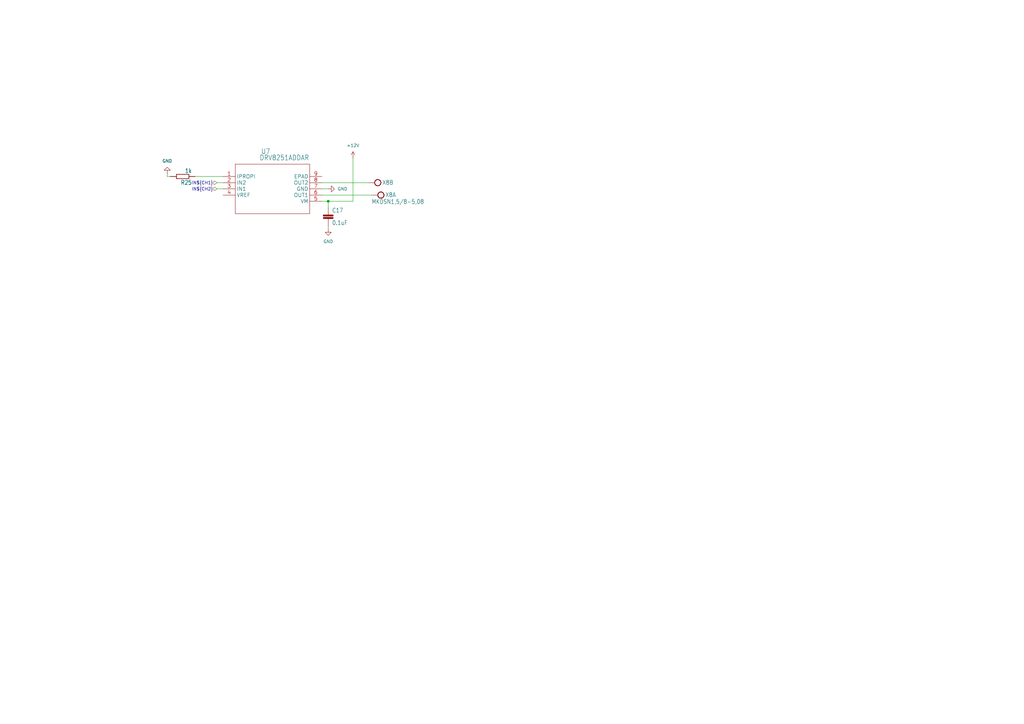
<source format=kicad_sch>
(kicad_sch (version 20250114) (generator "eeschema") (generator_version "9.0")
  (paper "A3")
  (title_block (title "RTU-Eneragro") (date "2025-08-29") (rev "2.0") (company "ELECTROSHOP") (comment 1 "Colaborator 1: Eliceo Ocampo Ccoicca"))
  (lib_symbols
    (symbol "RTU_Agro_V4-eagle-import:C-EUC0603"
      (property "Reference" "C" (at 1.524 0.381 0))
      (symbol "C-EUC0603_1_0"
        (rectangle (start -2.032 -1.016) (end 2.032 -0.508) (fill (type outline)))
        (rectangle (start -2.032 -2.032) (end 2.032 -1.524) (fill (type outline)))
        (polyline (pts (xy 0 0) (xy 0 -0.508)) (stroke (width 0.1524)))
        (polyline (pts (xy 0 -2.54) (xy 0 -2.032)) (stroke (width 0.1524)))
        (pin passive line (at 0 2.54 270) (length 2.54) (name "1") (number "1"))
        (pin passive line (at 0 -5.08 90) (length 2.54) (name "2") (number "2"))
      )
    )
    (symbol "RTU_Agro_V4-eagle-import:DRV8251ADDAR"
      (symbol "DRV8251ADDAR_1_0"
        (polyline (pts (xy 7.62 5.08) (xy 7.62 -15.24)) (stroke (width 0.1524)))
        (polyline (pts (xy 7.62 -15.24) (xy 38.1 -15.24)) (stroke (width 0.1524)))
        (polyline (pts (xy 38.1 5.08) (xy 7.62 5.08)) (stroke (width 0.1524)))
        (polyline (pts (xy 38.1 -15.24) (xy 38.1 5.08)) (stroke (width 0.1524)))
        (pin power_in line (at 2.54 0 0) (length 5.08) (name "IPROPI") (number "1"))
        (pin input line (at 2.54 -2.54 0) (length 5.08) (name "IN2") (number "2"))
        (pin input line (at 2.54 -5.08 0) (length 5.08) (name "IN1") (number "3"))
        (pin power_in line (at 2.54 -7.62 0) (length 5.08) (name "VREF") (number "4"))
        (pin passive line (at 43.18 0 180) (length 5.08) (name "EPAD") (number "9"))
        (pin output line (at 43.18 -2.54 180) (length 5.08) (name "OUT2") (number "8"))
        (pin passive line (at 43.18 -5.08 180) (length 5.08) (name "GND") (number "7"))
        (pin output line (at 43.18 -7.62 180) (length 5.08) (name "OUT1") (number "6"))
        (pin power_in line (at 43.18 -10.16 180) (length 5.08) (name "VM") (number "5"))
      )
    )
    (symbol "RTU_Agro_V4-eagle-import:MKDSN1,5/8-5,08"
      (property "Reference" "X" (at 3.048 -0.889 0))
      (symbol "MKDSN1,5/8-5,08_1_0"
        (circle (center 1.27 0) (radius 1.27) (stroke (width 0.254)))
        (circle (center 1.27 0) (radius 1.27) (stroke (width 0.254)))
        (circle (center 1.27 0) (radius 1.27) (stroke (width 0.254)))
        (pin passive line (at -2.54 0 0) (length 2.54) (name "KL") (number "1"))
      )
      (symbol "MKDSN1,5/8-5,08_2_0"
        (circle (center 1.27 0) (radius 1.27) (stroke (width 0.254)))
        (circle (center 1.27 0) (radius 1.27) (stroke (width 0.254)))
        (circle (center 1.27 0) (radius 1.27) (stroke (width 0.254)))
        (pin passive line (at -2.54 0 0) (length 2.54) (name "KL") (number "2"))
      )
      (symbol "MKDSN1,5/8-5,08_3_0"
        (circle (center 1.27 0) (radius 1.27) (stroke (width 0.254)))
        (circle (center 1.27 0) (radius 1.27) (stroke (width 0.254)))
        (circle (center 1.27 0) (radius 1.27) (stroke (width 0.254)))
        (pin passive line (at -2.54 0 0) (length 2.54) (name "KL") (number "3"))
      )
      (symbol "MKDSN1,5/8-5,08_4_0"
        (circle (center 1.27 0) (radius 1.27) (stroke (width 0.254)))
        (circle (center 1.27 0) (radius 1.27) (stroke (width 0.254)))
        (circle (center 1.27 0) (radius 1.27) (stroke (width 0.254)))
        (pin passive line (at -2.54 0 0) (length 2.54) (name "KL") (number "4"))
      )
      (symbol "MKDSN1,5/8-5,08_5_0"
        (circle (center 1.27 0) (radius 1.27) (stroke (width 0.254)))
        (circle (center 1.27 0) (radius 1.27) (stroke (width 0.254)))
        (circle (center 1.27 0) (radius 1.27) (stroke (width 0.254)))
        (pin passive line (at -2.54 0 0) (length 2.54) (name "KL") (number "5"))
      )
      (symbol "MKDSN1,5/8-5,08_6_0"
        (circle (center 1.27 0) (radius 1.27) (stroke (width 0.254)))
        (circle (center 1.27 0) (radius 1.27) (stroke (width 0.254)))
        (circle (center 1.27 0) (radius 1.27) (stroke (width 0.254)))
        (pin passive line (at -2.54 0 0) (length 2.54) (name "KL") (number "6"))
      )
      (symbol "MKDSN1,5/8-5,08_7_0"
        (circle (center 1.27 0) (radius 1.27) (stroke (width 0.254)))
        (circle (center 1.27 0) (radius 1.27) (stroke (width 0.254)))
        (circle (center 1.27 0) (radius 1.27) (stroke (width 0.254)))
        (pin passive line (at -2.54 0 0) (length 2.54) (name "KL") (number "7"))
      )
      (symbol "MKDSN1,5/8-5,08_8_0"
        (circle (center 1.27 0) (radius 1.27) (stroke (width 0.254)))
        (circle (center 1.27 0) (radius 1.27) (stroke (width 0.254)))
        (circle (center 1.27 0) (radius 1.27) (stroke (width 0.254)))
        (pin passive line (at -2.54 0 0) (length 2.54) (name "KL") (number "8"))
      )
    )
    (symbol "RTU_Agro_V4-eagle-import:R-EU_M1206"
      (property "Reference" "R" (at -3.81 1.4986 0))
      (symbol "R-EU_M1206_1_0"
        (polyline (pts (xy -2.54 -0.889) (xy -2.54 0.889)) (stroke (width 0.254)))
        (polyline (pts (xy -2.54 -0.889) (xy 2.54 -0.889)) (stroke (width 0.254)))
        (polyline (pts (xy 2.54 0.889) (xy -2.54 0.889)) (stroke (width 0.254)))
        (polyline (pts (xy 2.54 -0.889) (xy 2.54 0.889)) (stroke (width 0.254)))
        (pin passive line (at -5.08 0 0) (length 2.54) (name "1") (number "1"))
        (pin passive line (at 5.08 0 180) (length 2.54) (name "2") (number "2"))
      )
    )
    (symbol "power:+12V" (power) (pin_numbers (hide yes)) (pin_names (offset 0) (hide yes))
      (property "Value" "+12V" (at 0 3.556 0))
      (symbol "+12V_0_1"
        (polyline (pts (xy -0.762 1.27) (xy 0 2.54)))
        (polyline (pts (xy 0 2.54) (xy 0.762 1.27)))
        (polyline (pts (xy 0 0) (xy 0 2.54)))
      )
      (symbol "+12V_1_1"
        (pin power_in line (at 0 0 90) (length 0) (name "~") (number "1"))
      )
    )
    (symbol "power:GND" (power) (pin_numbers (hide yes)) (pin_names (offset 0) (hide yes))
      (property "Value" "GND" (at 0 -3.81 0))
      (symbol "GND_0_1"
        (polyline (pts (xy 0 0) (xy 0 -1.27) (xy 1.27 -1.27) (xy 0 -2.54) (xy -1.27 -1.27) (xy 0 -1.27)))
      )
      (symbol "GND_1_1"
        (pin power_in line (at 0 0 270) (length 0) (name "~") (number "1"))
      )
    )
  )
  (junction (at 134.62 82.55))
  (wire (pts (xy 68.58 72.39) (xy 69.85 72.39)) (stroke (width 0.1524)))
  (wire (pts (xy 88.9 74.93) (xy 91.44 74.93)))
  (wire (pts (xy 144.78 64.77) (xy 144.78 82.55)))
  (wire (pts (xy 132.08 82.55) (xy 134.62 82.55)) (stroke (width 0.1524)))
  (wire (pts (xy 134.62 82.55) (xy 144.78 82.55)))
  (wire (pts (xy 152.4 80.01) (xy 132.08 80.01)) (stroke (width 0.1524)))
  (wire (pts (xy 88.9 77.47) (xy 91.44 77.47)))
  (wire (pts (xy 134.62 82.55) (xy 134.62 85.09)) (stroke (width 0.1524)))
  (wire (pts (xy 68.58 72.39) (xy 68.58 71.12)) (stroke (width 0.1524)))
  (wire (pts (xy 80.01 72.39) (xy 91.44 72.39)) (stroke (width 0.1524)))
  (wire (pts (xy 132.08 77.47) (xy 134.62 77.47)) (stroke (width 0.1524)))
  (wire (pts (xy 151.13 74.93) (xy 132.08 74.93)) (stroke (width 0.1524)))
  (wire (pts (xy 134.62 92.71) (xy 134.62 93.98)) (stroke (width 0.1524)))
  (hierarchical_label "IN${CH2}" (shape input) (at 88.9 77.47 180))
  (hierarchical_label "IN${CH1}" (shape input) (at 88.9 74.93 180))
  (symbol (lib_id "power:GND") (at 68.58 71.12 180) (unit 1)
    (property "Reference" "#PWR?" (effects (hide yes)))
    (property "Value" "GND" (at 68.58 66.04 0))
    (property "Description" "Power symbol creates a global label with name \"GND\" , ground" (effects (hide yes)))
    (instances (project "RTU_Agro_new" (path "" (reference "#PWR011") (unit 1)) (path "" (reference "#PWR015") (unit 1)) (path "" (reference "#PWR?") (unit 1)) (path "" (reference "#PWR01") (unit 1)) (path "" (reference "#PWR023") (unit 1)) (path "" (reference "#PWR019") (unit 1)) (path "" (reference "#PWR027") (unit 1)) (path "" (reference "#PWR07") (unit 1))))
  )
  (symbol (lib_id "RTU_Agro_V4-eagle-import:C-EUC0603") (at 134.62 87.63 0) (unit 1)
    (property "Reference" "C27" (at 136.144 87.249 0) (effects (font (size 1.778 1.5113)) (justify left bottom)))
    (property "Value" "0.1uF" (at 136.144 92.329 0) (effects (font (size 1.778 1.5113)) (justify left bottom)))
    (property "Footprint" "RTU_Agro_V4:C0603" (effects (hide yes)))
    (instances (project "RTU_Agro_new" (path "" (reference "C17") (unit 1)) (path "" (reference "C18") (unit 1)) (path "" (reference "C27") (unit 1)) (path "" (reference "C15") (unit 1)) (path "" (reference "C20") (unit 1)) (path "" (reference "C19") (unit 1)) (path "" (reference "C21") (unit 1)) (path "" (reference "C16") (unit 1))))
  )
  (symbol (lib_id "RTU_Agro_V4-eagle-import:R-EU_M1206") (at 74.93 72.39 180) (unit 1)
    (property "Reference" "R46" (at 78.74 73.8886 0) (effects (font (size 1.778 1.5113)) (justify left bottom)))
    (property "Value" "1k" (at 78.74 69.088 0) (effects (font (size 1.778 1.5113)) (justify left bottom)))
    (property "Footprint" "RTU_Agro_V4:M1206" (effects (hide yes)))
    (instances (project "RTU_Agro_new" (path "" (reference "R25") (unit 1)) (path "" (reference "R26") (unit 1)) (path "" (reference "R46") (unit 1)) (path "" (reference "R23") (unit 1)) (path "" (reference "R28") (unit 1)) (path "" (reference "R27") (unit 1)) (path "" (reference "R29") (unit 1)) (path "" (reference "R24") (unit 1))))
  )
  (symbol (lib_id "RTU_Agro_V4-eagle-import:MKDSN1,5/8-5,08") (at 154.94 80.01 0) (unit 1)
    (property "Reference" "X7" (at 157.988 80.899 0) (effects (font (size 1.778 1.5113)) (justify left bottom)))
    (property "Value" "MKDSN1,5/8-5,08" (at 152.4 83.693 0) (effects (font (size 1.778 1.5113)) (justify left bottom)))
    (property "Footprint" "RTU_Agro_V4:MKDSN1,5_8-5,08" (effects (hide yes)))
    (instances (project "RTU_Agro_new" (path "" (reference "X8") (unit 1)) (path "" (reference "X9") (unit 1)) (path "" (reference "X7") (unit 1)) (path "" (reference "X4") (unit 1)) (path "" (reference "X11") (unit 1)) (path "" (reference "X10") (unit 1)) (path "" (reference "X12") (unit 1)) (path "" (reference "X5") (unit 1))))
  )
  (symbol (lib_id "RTU_Agro_V4-eagle-import:MKDSN1,5/8-5,08") (at 153.67 74.93 0) (unit 2)
    (property "Reference" "X7" (at 156.718 75.819 0) (effects (font (size 1.778 1.5113)) (justify left bottom)))
    (property "Value" "MKDSN1,5/8-5,08" (effects (hide yes)))
    (property "Footprint" "RTU_Agro_V4:MKDSN1,5_8-5,08" (effects (hide yes)))
    (instances (project "RTU_Agro_new" (path "" (reference "X8") (unit 2)) (path "" (reference "X9") (unit 2)) (path "" (reference "X7") (unit 2)) (path "" (reference "X4") (unit 2)) (path "" (reference "X11") (unit 2)) (path "" (reference "X10") (unit 2)) (path "" (reference "X12") (unit 2)) (path "" (reference "X5") (unit 2))))
  )
  (symbol (lib_id "power:+12V") (at 144.78 64.77 0) (unit 1)
    (property "Reference" "#PWR?" (effects (hide yes)))
    (property "Value" "+12V" (at 144.78 59.69 0))
    (property "Description" "Power symbol creates a global label with name \"+12V\"" (effects (hide yes)))
    (instances (project "RTU_Agro_new" (path "" (reference "#PWR014") (unit 1)) (path "" (reference "#PWR018") (unit 1)) (path "" (reference "#PWR?") (unit 1)) (path "" (reference "#PWR06") (unit 1)) (path "" (reference "#PWR026") (unit 1)) (path "" (reference "#PWR022") (unit 1)) (path "" (reference "#PWR030") (unit 1)) (path "" (reference "#PWR010") (unit 1))))
  )
  (symbol (lib_id "RTU_Agro_V4-eagle-import:DRV8251ADDAR") (at 88.9 72.39 0) (unit 1)
    (property "Reference" "U14" (at 107.0356 63.2714 0) (effects (font (size 2.0828 1.7703)) (justify left bottom)))
    (property "Value" "DRV8251ADDAR" (at 106.4006 65.8114 0) (effects (font (size 2.0828 1.7703)) (justify left bottom)))
    (property "Footprint" "RTU_Agro_V4:SOIC8_DDA_TEX" (effects (hide yes)))
    (instances (project "RTU_Agro_new" (path "" (reference "U7") (unit 1)) (path "" (reference "U8") (unit 1)) (path "" (reference "U14") (unit 1)) (path "" (reference "U5") (unit 1)) (path "" (reference "U10") (unit 1)) (path "" (reference "U9") (unit 1)) (path "" (reference "U11") (unit 1)) (path "" (reference "U6") (unit 1))))
  )
  (symbol (lib_id "power:GND") (at 134.62 93.98 0) (unit 1)
    (property "Reference" "#PWR03" (effects (hide yes)))
    (property "Value" "GND" (at 134.62 99.06 0))
    (property "Description" "Power symbol creates a global label with name \"GND\" , ground" (effects (hide yes)))
    (instances (project "RTU_Agro_new" (path "" (reference "#PWR013") (unit 1)) (path "" (reference "#PWR017") (unit 1)) (path "" (reference "#PWR03") (unit 1)) (path "" (reference "#PWR05") (unit 1)) (path "" (reference "#PWR025") (unit 1)) (path "" (reference "#PWR021") (unit 1)) (path "" (reference "#PWR029") (unit 1)) (path "" (reference "#PWR09") (unit 1))))
  )
  (symbol (lib_id "power:GND") (at 134.62 77.47 90) (unit 1)
    (property "Reference" "#PWR02" (effects (hide yes)))
    (property "Value" "GND" (at 138.43 77.4699 90) (effects (justify right)))
    (property "Description" "Power symbol creates a global label with name \"GND\" , ground" (effects (hide yes)))
    (instances (project "RTU_Agro_new" (path "" (reference "#PWR012") (unit 1)) (path "" (reference "#PWR016") (unit 1)) (path "" (reference "#PWR02") (unit 1)) (path "" (reference "#PWR04") (unit 1)) (path "" (reference "#PWR024") (unit 1)) (path "" (reference "#PWR020") (unit 1)) (path "" (reference "#PWR028") (unit 1)) (path "" (reference "#PWR08") (unit 1))))
  )
)
</source>
